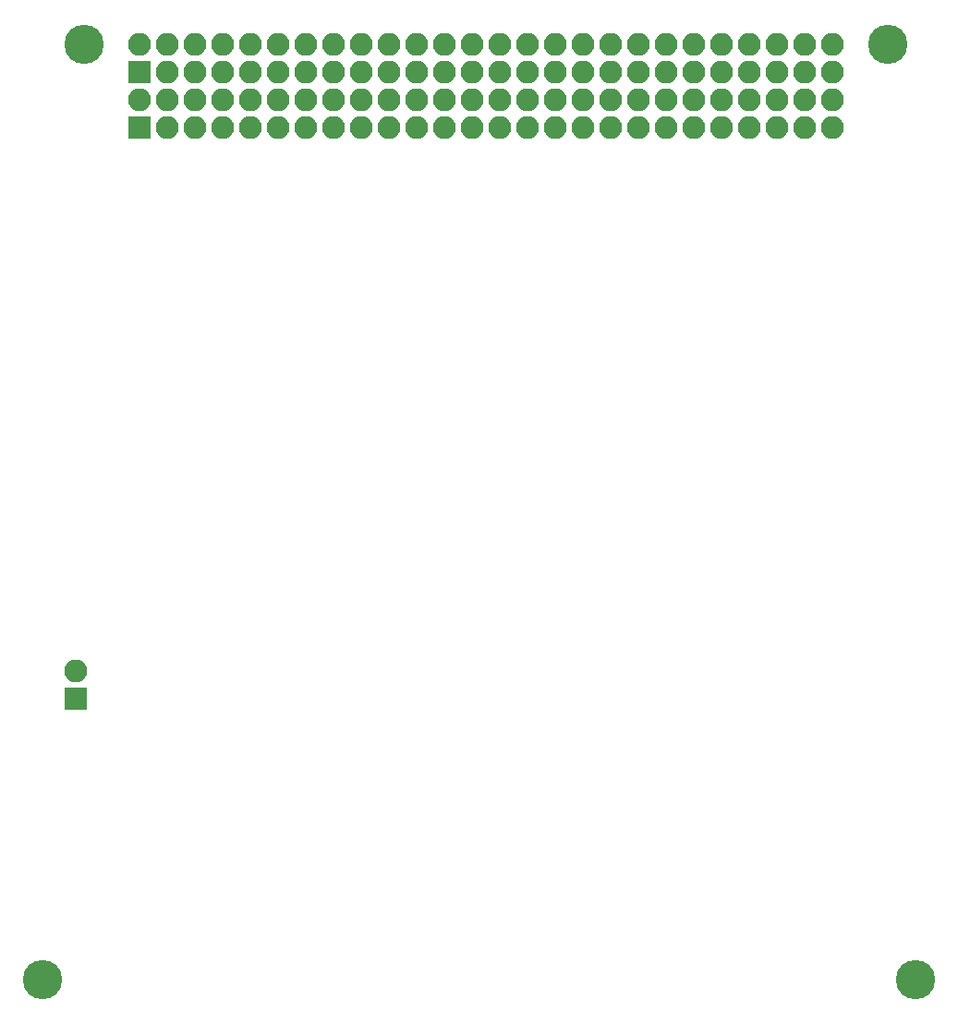
<source format=gbr>
G04 #@! TF.FileFunction,Soldermask,Bot*
%FSLAX46Y46*%
G04 Gerber Fmt 4.6, Leading zero omitted, Abs format (unit mm)*
G04 Created by KiCad (PCBNEW 4.0.7) date Mon Jul  2 20:07:42 2018*
%MOMM*%
%LPD*%
G01*
G04 APERTURE LIST*
%ADD10C,0.100000*%
%ADD11R,2.100000X2.100000*%
%ADD12O,2.100000X2.100000*%
%ADD13C,3.600000*%
G04 APERTURE END LIST*
D10*
D11*
X118110000Y-60960000D03*
D12*
X118110000Y-58420000D03*
X120650000Y-60960000D03*
X120650000Y-58420000D03*
X123190000Y-60960000D03*
X123190000Y-58420000D03*
X125730000Y-60960000D03*
X125730000Y-58420000D03*
X128270000Y-60960000D03*
X128270000Y-58420000D03*
X130810000Y-60960000D03*
X130810000Y-58420000D03*
X133350000Y-60960000D03*
X133350000Y-58420000D03*
X135890000Y-60960000D03*
X135890000Y-58420000D03*
X138430000Y-60960000D03*
X138430000Y-58420000D03*
X140970000Y-60960000D03*
X140970000Y-58420000D03*
X143510000Y-60960000D03*
X143510000Y-58420000D03*
X146050000Y-60960000D03*
X146050000Y-58420000D03*
X148590000Y-60960000D03*
X148590000Y-58420000D03*
X151130000Y-60960000D03*
X151130000Y-58420000D03*
X153670000Y-60960000D03*
X153670000Y-58420000D03*
X156210000Y-60960000D03*
X156210000Y-58420000D03*
X158750000Y-60960000D03*
X158750000Y-58420000D03*
X161290000Y-60960000D03*
X161290000Y-58420000D03*
X163830000Y-60960000D03*
X163830000Y-58420000D03*
X166370000Y-60960000D03*
X166370000Y-58420000D03*
X168910000Y-60960000D03*
X168910000Y-58420000D03*
X171450000Y-60960000D03*
X171450000Y-58420000D03*
X173990000Y-60960000D03*
X173990000Y-58420000D03*
X176530000Y-60960000D03*
X176530000Y-58420000D03*
X179070000Y-60960000D03*
X179070000Y-58420000D03*
X181610000Y-60960000D03*
X181610000Y-58420000D03*
D11*
X118110000Y-55879995D03*
D12*
X118110000Y-53339995D03*
X120650000Y-55879995D03*
X120650000Y-53339995D03*
X123190000Y-55879995D03*
X123190000Y-53339995D03*
X125730000Y-55879995D03*
X125730000Y-53339995D03*
X128270000Y-55879995D03*
X128270000Y-53339995D03*
X130810000Y-55879995D03*
X130810000Y-53339995D03*
X133350000Y-55879995D03*
X133350000Y-53339995D03*
X135890000Y-55879995D03*
X135890000Y-53339995D03*
X138430000Y-55879995D03*
X138430000Y-53339995D03*
X140970000Y-55879995D03*
X140970000Y-53339995D03*
X143510000Y-55879995D03*
X143510000Y-53339995D03*
X146050000Y-55879995D03*
X146050000Y-53339995D03*
X148590000Y-55879995D03*
X148590000Y-53339995D03*
X151130000Y-55879995D03*
X151130000Y-53339995D03*
X153670000Y-55879995D03*
X153670000Y-53339995D03*
X156210000Y-55879995D03*
X156210000Y-53339995D03*
X158750000Y-55879995D03*
X158750000Y-53339995D03*
X161290000Y-55879995D03*
X161290000Y-53339995D03*
X163830000Y-55879995D03*
X163830000Y-53339995D03*
X166370000Y-55879995D03*
X166370000Y-53339995D03*
X168910000Y-55879995D03*
X168910000Y-53339995D03*
X171450000Y-55879995D03*
X171450000Y-53339995D03*
X173990000Y-55879995D03*
X173990000Y-53339995D03*
X176530000Y-55879995D03*
X176530000Y-53339995D03*
X179070000Y-55879995D03*
X179070000Y-53339995D03*
X181610000Y-55879995D03*
X181610000Y-53339995D03*
D11*
X112268000Y-113284000D03*
D12*
X112268000Y-110744000D03*
D13*
X113030000Y-53340000D03*
X186690000Y-53340000D03*
X109220000Y-139070000D03*
X189230000Y-139070000D03*
M02*

</source>
